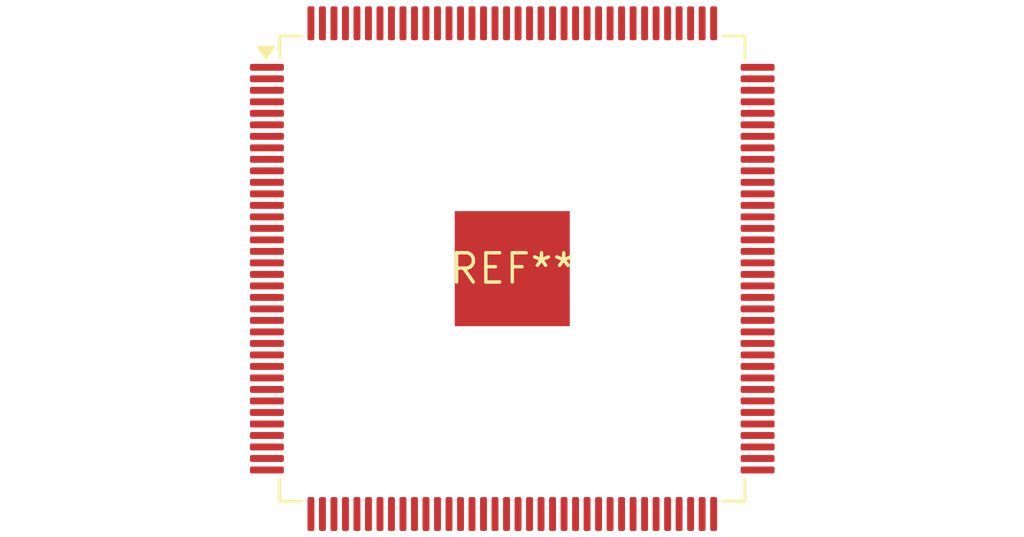
<source format=kicad_pcb>
(kicad_pcb (version 20240108) (generator pcbnew)
  (layers (0 "F.Cu" signal) (31 "B.Cu" signal) (34 "B.Paste" user) (35 "F.Paste" user) (36 "B.SilkS" user "B.Silkscreen") (37 "F.SilkS" user "F.Silkscreen") (38 "B.Mask" user) (39 "F.Mask" user) (44 "Edge.Cuts" user))
  (net 0 "")
  (footprint "EQFP-144-1EP_20x20mm_P0.5mm_EP5x5mm" (layer "F.Cu") (at 0 0)
    (property "Reference" "REF**")
    (property "Value" "EQFP-144-1EP_20x20mm_P0.5mm_EP5x5mm")
    (fp_line (start -10.11 -10.11) (end -10.11 -9.16) (layer "F.SilkS") (stroke (width 0.12)))
    (fp_line (start -10.11 10.11) (end -10.11 9.16) (layer "F.SilkS") (stroke (width 0.12)))
    (fp_line (start -9.16 -10.11) (end -10.11 -10.11) (layer "F.SilkS") (stroke (width 0.12)))
    (fp_line (start -9.16 10.11) (end -10.11 10.11) (layer "F.SilkS") (stroke (width 0.12)))
    (fp_line (start 9.16 -10.11) (end 10.11 -10.11) (layer "F.SilkS") (stroke (width 0.12)))
    (fp_line (start 9.16 10.11) (end 10.11 10.11) (layer "F.SilkS") (stroke (width 0.12)))
    (fp_line (start 10.11 -10.11) (end 10.11 -9.16) (layer "F.SilkS") (stroke (width 0.12)))
    (fp_line (start 10.11 10.11) (end 10.11 9.16) (layer "F.SilkS") (stroke (width 0.12)))
    (fp_poly (pts (xy -10.7 -9.16) (xy -11.04 -9.63) (xy -10.36 -9.63) (xy -10.7 -9.16)) (layer "F.SilkS") (stroke (width 0.12)) (fill solid))
    (pad "1" smd roundrect (at -10.6625 -8.75) (size 1.475 0.3) (layers "F.Cu" "F.Paste" "F.Mask"))
    (pad "2" smd roundrect (at -10.6625 -8.25) (size 1.475 0.3) (layers "F.Cu" "F.Paste" "F.Mask"))
    (pad "3" smd roundrect (at -10.6625 -7.75) (size 1.475 0.3) (layers "F.Cu" "F.Paste" "F.Mask"))
    (pad "4" smd roundrect (at -10.6625 -7.25) (size 1.475 0.3) (layers "F.Cu" "F.Paste" "F.Mask"))
    (pad "5" smd roundrect (at -10.6625 -6.75) (size 1.475 0.3) (layers "F.Cu" "F.Paste" "F.Mask"))
    (pad "6" smd roundrect (at -10.6625 -6.25) (size 1.475 0.3) (layers "F.Cu" "F.Paste" "F.Mask"))
    (pad "7" smd roundrect (at -10.6625 -5.75) (size 1.475 0.3) (layers "F.Cu" "F.Paste" "F.Mask"))
    (pad "8" smd roundrect (at -10.6625 -5.25) (size 1.475 0.3) (layers "F.Cu" "F.Paste" "F.Mask"))
    (pad "9" smd roundrect (at -10.6625 -4.75) (size 1.475 0.3) (layers "F.Cu" "F.Paste" "F.Mask"))
    (pad "10" smd roundrect (at -10.6625 -4.25) (size 1.475 0.3) (layers "F.Cu" "F.Paste" "F.Mask"))
    (pad "11" smd roundrect (at -10.6625 -3.75) (size 1.475 0.3) (layers "F.Cu" "F.Paste" "F.Mask"))
    (pad "12" smd roundrect (at -10.6625 -3.25) (size 1.475 0.3) (layers "F.Cu" "F.Paste" "F.Mask"))
    (pad "13" smd roundrect (at -10.6625 -2.75) (size 1.475 0.3) (layers "F.Cu" "F.Paste" "F.Mask"))
    (pad "14" smd roundrect (at -10.6625 -2.25) (size 1.475 0.3) (layers "F.Cu" "F.Paste" "F.Mask"))
    (pad "15" smd roundrect (at -10.6625 -1.75) (size 1.475 0.3) (layers "F.Cu" "F.Paste" "F.Mask"))
    (pad "16" smd roundrect (at -10.6625 -1.25) (size 1.475 0.3) (layers "F.Cu" "F.Paste" "F.Mask"))
    (pad "17" smd roundrect (at -10.6625 -0.75) (size 1.475 0.3) (layers "F.Cu" "F.Paste" "F.Mask"))
    (pad "18" smd roundrect (at -10.6625 -0.25) (size 1.475 0.3) (layers "F.Cu" "F.Paste" "F.Mask"))
    (pad "19" smd roundrect (at -10.6625 0.25) (size 1.475 0.3) (layers "F.Cu" "F.Paste" "F.Mask"))
    (pad "20" smd roundrect (at -10.6625 0.75) (size 1.475 0.3) (layers "F.Cu" "F.Paste" "F.Mask"))
    (pad "21" smd roundrect (at -10.6625 1.25) (size 1.475 0.3) (layers "F.Cu" "F.Paste" "F.Mask"))
    (pad "22" smd roundrect (at -10.6625 1.75) (size 1.475 0.3) (layers "F.Cu" "F.Paste" "F.Mask"))
    (pad "23" smd roundrect (at -10.6625 2.25) (size 1.475 0.3) (layers "F.Cu" "F.Paste" "F.Mask"))
    (pad "24" smd roundrect (at -10.6625 2.75) (size 1.475 0.3) (layers "F.Cu" "F.Paste" "F.Mask"))
    (pad "25" smd roundrect (at -10.6625 3.25) (size 1.475 0.3) (layers "F.Cu" "F.Paste" "F.Mask"))
    (pad "26" smd roundrect (at -10.6625 3.75) (size 1.475 0.3) (layers "F.Cu" "F.Paste" "F.Mask"))
    (pad "27" smd roundrect (at -10.6625 4.25) (size 1.475 0.3) (layers "F.Cu" "F.Paste" "F.Mask"))
    (pad "28" smd roundrect (at -10.6625 4.75) (size 1.475 0.3) (layers "F.Cu" "F.Paste" "F.Mask"))
    (pad "29" smd roundrect (at -10.6625 5.25) (size 1.475 0.3) (layers "F.Cu" "F.Paste" "F.Mask"))
    (pad "30" smd roundrect (at -10.6625 5.75) (size 1.475 0.3) (layers "F.Cu" "F.Paste" "F.Mask"))
    (pad "31" smd roundrect (at -10.6625 6.25) (size 1.475 0.3) (layers "F.Cu" "F.Paste" "F.Mask"))
    (pad "32" smd roundrect (at -10.6625 6.75) (size 1.475 0.3) (layers "F.Cu" "F.Paste" "F.Mask"))
    (pad "33" smd roundrect (at -10.6625 7.25) (size 1.475 0.3) (layers "F.Cu" "F.Paste" "F.Mask"))
    (pad "34" smd roundrect (at -10.6625 7.75) (size 1.475 0.3) (layers "F.Cu" "F.Paste" "F.Mask"))
    (pad "35" smd roundrect (at -10.6625 8.25) (size 1.475 0.3) (layers "F.Cu" "F.Paste" "F.Mask"))
    (pad "36" smd roundrect (at -10.6625 8.75) (size 1.475 0.3) (layers "F.Cu" "F.Paste" "F.Mask"))
    (pad "37" smd roundrect (at -8.75 10.6625) (size 0.3 1.475) (layers "F.Cu" "F.Paste" "F.Mask"))
    (pad "38" smd roundrect (at -8.25 10.6625) (size 0.3 1.475) (layers "F.Cu" "F.Paste" "F.Mask"))
    (pad "39" smd roundrect (at -7.75 10.6625) (size 0.3 1.475) (layers "F.Cu" "F.Paste" "F.Mask"))
    (pad "40" smd roundrect (at -7.25 10.6625) (size 0.3 1.475) (layers "F.Cu" "F.Paste" "F.Mask"))
    (pad "41" smd roundrect (at -6.75 10.6625) (size 0.3 1.475) (layers "F.Cu" "F.Paste" "F.Mask"))
    (pad "42" smd roundrect (at -6.25 10.6625) (size 0.3 1.475) (layers "F.Cu" "F.Paste" "F.Mask"))
    (pad "43" smd roundrect (at -5.75 10.6625) (size 0.3 1.475) (layers "F.Cu" "F.Paste" "F.Mask"))
    (pad "44" smd roundrect (at -5.25 10.6625) (size 0.3 1.475) (layers "F.Cu" "F.Paste" "F.Mask"))
    (pad "45" smd roundrect (at -4.75 10.6625) (size 0.3 1.475) (layers "F.Cu" "F.Paste" "F.Mask"))
    (pad "46" smd roundrect (at -4.25 10.6625) (size 0.3 1.475) (layers "F.Cu" "F.Paste" "F.Mask"))
    (pad "47" smd roundrect (at -3.75 10.6625) (size 0.3 1.475) (layers "F.Cu" "F.Paste" "F.Mask"))
    (pad "48" smd roundrect (at -3.25 10.6625) (size 0.3 1.475) (layers "F.Cu" "F.Paste" "F.Mask"))
    (pad "49" smd roundrect (at -2.75 10.6625) (size 0.3 1.475) (layers "F.Cu" "F.Paste" "F.Mask"))
    (pad "50" smd roundrect (at -2.25 10.6625) (size 0.3 1.475) (layers "F.Cu" "F.Paste" "F.Mask"))
    (pad "51" smd roundrect (at -1.75 10.6625) (size 0.3 1.475) (layers "F.Cu" "F.Paste" "F.Mask"))
    (pad "52" smd roundrect (at -1.25 10.6625) (size 0.3 1.475) (layers "F.Cu" "F.Paste" "F.Mask"))
    (pad "53" smd roundrect (at -0.75 10.6625) (size 0.3 1.475) (layers "F.Cu" "F.Paste" "F.Mask"))
    (pad "54" smd roundrect (at -0.25 10.6625) (size 0.3 1.475) (layers "F.Cu" "F.Paste" "F.Mask"))
    (pad "55" smd roundrect (at 0.25 10.6625) (size 0.3 1.475) (layers "F.Cu" "F.Paste" "F.Mask"))
    (pad "56" smd roundrect (at 0.75 10.6625) (size 0.3 1.475) (layers "F.Cu" "F.Paste" "F.Mask"))
    (pad "57" smd roundrect (at 1.25 10.6625) (size 0.3 1.475) (layers "F.Cu" "F.Paste" "F.Mask"))
    (pad "58" smd roundrect (at 1.75 10.6625) (size 0.3 1.475) (layers "F.Cu" "F.Paste" "F.Mask"))
    (pad "59" smd roundrect (at 2.25 10.6625) (size 0.3 1.475) (layers "F.Cu" "F.Paste" "F.Mask"))
    (pad "60" smd roundrect (at 2.75 10.6625) (size 0.3 1.475) (layers "F.Cu" "F.Paste" "F.Mask"))
    (pad "61" smd roundrect (at 3.25 10.6625) (size 0.3 1.475) (layers "F.Cu" "F.Paste" "F.Mask"))
    (pad "62" smd roundrect (at 3.75 10.6625) (size 0.3 1.475) (layers "F.Cu" "F.Paste" "F.Mask"))
    (pad "63" smd roundrect (at 4.25 10.6625) (size 0.3 1.475) (layers "F.Cu" "F.Paste" "F.Mask"))
    (pad "64" smd roundrect (at 4.75 10.6625) (size 0.3 1.475) (layers "F.Cu" "F.Paste" "F.Mask"))
    (pad "65" smd roundrect (at 5.25 10.6625) (size 0.3 1.475) (layers "F.Cu" "F.Paste" "F.Mask"))
    (pad "66" smd roundrect (at 5.75 10.6625) (size 0.3 1.475) (layers "F.Cu" "F.Paste" "F.Mask"))
    (pad "67" smd roundrect (at 6.25 10.6625) (size 0.3 1.475) (layers "F.Cu" "F.Paste" "F.Mask"))
    (pad "68" smd roundrect (at 6.75 10.6625) (size 0.3 1.475) (layers "F.Cu" "F.Paste" "F.Mask"))
    (pad "69" smd roundrect (at 7.25 10.6625) (size 0.3 1.475) (layers "F.Cu" "F.Paste" "F.Mask"))
    (pad "70" smd roundrect (at 7.75 10.6625) (size 0.3 1.475) (layers "F.Cu" "F.Paste" "F.Mask"))
    (pad "71" smd roundrect (at 8.25 10.6625) (size 0.3 1.475) (layers "F.Cu" "F.Paste" "F.Mask"))
    (pad "72" smd roundrect (at 8.75 10.6625) (size 0.3 1.475) (layers "F.Cu" "F.Paste" "F.Mask"))
    (pad "73" smd roundrect (at 10.6625 8.75) (size 1.475 0.3) (layers "F.Cu" "F.Paste" "F.Mask"))
    (pad "74" smd roundrect (at 10.6625 8.25) (size 1.475 0.3) (layers "F.Cu" "F.Paste" "F.Mask"))
    (pad "75" smd roundrect (at 10.6625 7.75) (size 1.475 0.3) (layers "F.Cu" "F.Paste" "F.Mask"))
    (pad "76" smd roundrect (at 10.6625 7.25) (size 1.475 0.3) (layers "F.Cu" "F.Paste" "F.Mask"))
    (pad "77" smd roundrect (at 10.6625 6.75) (size 1.475 0.3) (layers "F.Cu" "F.Paste" "F.Mask"))
    (pad "78" smd roundrect (at 10.6625 6.25) (size 1.475 0.3) (layers "F.Cu" "F.Paste" "F.Mask"))
    (pad "79" smd roundrect (at 10.6625 5.75) (size 1.475 0.3) (layers "F.Cu" "F.Paste" "F.Mask"))
    (pad "80" smd roundrect (at 10.6625 5.25) (size 1.475 0.3) (layers "F.Cu" "F.Paste" "F.Mask"))
    (pad "81" smd roundrect (at 10.6625 4.75) (size 1.475 0.3) (layers "F.Cu" "F.Paste" "F.Mask"))
    (pad "82" smd roundrect (at 10.6625 4.25) (size 1.475 0.3) (layers "F.Cu" "F.Paste" "F.Mask"))
    (pad "83" smd roundrect (at 10.6625 3.75) (size 1.475 0.3) (layers "F.Cu" "F.Paste" "F.Mask"))
    (pad "84" smd roundrect (at 10.6625 3.25) (size 1.475 0.3) (layers "F.Cu" "F.Paste" "F.Mask"))
    (pad "85" smd roundrect (at 10.6625 2.75) (size 1.475 0.3) (layers "F.Cu" "F.Paste" "F.Mask"))
    (pad "86" smd roundrect (at 10.6625 2.25) (size 1.475 0.3) (layers "F.Cu" "F.Paste" "F.Mask"))
    (pad "87" smd roundrect (at 10.6625 1.75) (size 1.475 0.3) (layers "F.Cu" "F.Paste" "F.Mask"))
    (pad "88" smd roundrect (at 10.6625 1.25) (size 1.475 0.3) (layers "F.Cu" "F.Paste" "F.Mask"))
    (pad "89" smd roundrect (at 10.6625 0.75) (size 1.475 0.3) (layers "F.Cu" "F.Paste" "F.Mask"))
    (pad "90" smd roundrect (at 10.6625 0.25) (size 1.475 0.3) (layers "F.Cu" "F.Paste" "F.Mask"))
    (pad "91" smd roundrect (at 10.6625 -0.25) (size 1.475 0.3) (layers "F.Cu" "F.Paste" "F.Mask"))
    (pad "92" smd roundrect (at 10.6625 -0.75) (size 1.475 0.3) (layers "F.Cu" "F.Paste" "F.Mask"))
    (pad "93" smd roundrect (at 10.6625 -1.25) (size 1.475 0.3) (layers "F.Cu" "F.Paste" "F.Mask"))
    (pad "94" smd roundrect (at 10.6625 -1.75) (size 1.475 0.3) (layers "F.Cu" "F.Paste" "F.Mask"))
    (pad "95" smd roundrect (at 10.6625 -2.25) (size 1.475 0.3) (layers "F.Cu" "F.Paste" "F.Mask"))
    (pad "96" smd roundrect (at 10.6625 -2.75) (size 1.475 0.3) (layers "F.Cu" "F.Paste" "F.Mask"))
    (pad "97" smd roundrect (at 10.6625 -3.25) (size 1.475 0.3) (layers "F.Cu" "F.Paste" "F.Mask"))
    (pad "98" smd roundrect (at 10.6625 -3.75) (size 1.475 0.3) (layers "F.Cu" "F.Paste" "F.Mask"))
    (pad "99" smd roundrect (at 10.6625 -4.25) (size 1.475 0.3) (layers "F.Cu" "F.Paste" "F.Mask"))
    (pad "100" smd roundrect (at 10.6625 -4.75) (size 1.475 0.3) (layers "F.Cu" "F.Paste" "F.Mask"))
    (pad "101" smd roundrect (at 10.6625 -5.25) (size 1.475 0.3) (layers "F.Cu" "F.Paste" "F.Mask"))
    (pad "102" smd roundrect (at 10.6625 -5.75) (size 1.475 0.3) (layers "F.Cu" "F.Paste" "F.Mask"))
    (pad "103" smd roundrect (at 10.6625 -6.25) (size 1.475 0.3) (layers "F.Cu" "F.Paste" "F.Mask"))
    (pad "104" smd roundrect (at 10.6625 -6.75) (size 1.475 0.3) (layers "F.Cu" "F.Paste" "F.Mask"))
    (pad "105" smd roundrect (at 10.6625 -7.25) (size 1.475 0.3) (layers "F.Cu" "F.Paste" "F.Mask"))
    (pad "106" smd roundrect (at 10.6625 -7.75) (size 1.475 0.3) (layers "F.Cu" "F.Paste" "F.Mask"))
    (pad "107" smd roundrect (at 10.6625 -8.25) (size 1.475 0.3) (layers "F.Cu" "F.Paste" "F.Mask"))
    (pad "108" smd roundrect (at 10.6625 -8.75) (size 1.475 0.3) (layers "F.Cu" "F.Paste" "F.Mask"))
    (pad "109" smd roundrect (at 8.75 -10.6625) (size 0.3 1.475) (layers "F.Cu" "F.Paste" "F.Mask"))
    (pad "110" smd roundrect (at 8.25 -10.6625) (size 0.3 1.475) (layers "F.Cu" "F.Paste" "F.Mask"))
    (pad "111" smd roundrect (at 7.75 -10.6625) (size 0.3 1.475) (layers "F.Cu" "F.Paste" "F.Mask"))
    (pad "112" smd roundrect (at 7.25 -10.6625) (size 0.3 1.475) (layers "F.Cu" "F.Paste" "F.Mask"))
    (pad "113" smd roundrect (at 6.75 -10.6625) (size 0.3 1.475) (layers "F.Cu" "F.Paste" "F.Mask"))
    (pad "114" smd roundrect (at 6.25 -10.6625) (size 0.3 1.475) (layers "F.Cu" "F.Paste" "F.Mask"))
    (pad "115" smd roundrect (at 5.75 -10.6625) (size 0.3 1.475) (layers "F.Cu" "F.Paste" "F.Mask"))
    (pad "116" smd roundrect (at 5.25 -10.6625) (size 0.3 1.475) (layers "F.Cu" "F.Paste" "F.Mask"))
    (pad "117" smd roundrect (at 4.75 -10.6625) (size 0.3 1.475) (layers "F.Cu" "F.Paste" "F.Mask"))
    (pad "118" smd roundrect (at 4.25 -10.6625) (size 0.3 1.475) (layers "F.Cu" "F.Paste" "F.Mask"))
    (pad "119" smd roundrect (at 3.75 -10.6625) (size 0.3 1.475) (layers "F.Cu" "F.Paste" "F.Mask"))
    (pad "120" smd roundrect (at 3.25 -10.6625) (size 0.3 1.475) (layers "F.Cu" "F.Paste" "F.Mask"))
    (pad "121" smd roundrect (at 2.75 -10.6625) (size 0.3 1.475) (layers "F.Cu" "F.Paste" "F.Mask"))
    (pad "122" smd roundrect (at 2.25 -10.6625) (size 0.3 1.475) (layers "F.Cu" "F.Paste" "F.Mask"))
    (pad "123" smd roundrect (at 1.75 -10.6625) (size 0.3 1.475) (layers "F.Cu" "F.Paste" "F.Mask"))
    (pad "124" smd roundrect (at 1.25 -10.6625) (size 0.3 1.475) (layers "F.Cu" "F.Paste" "F.Mask"))
    (pad "125" smd roundrect (at 0.75 -10.6625) (size 0.3 1.475) (layers "F.Cu" "F.Paste" "F.Mask"))
    (pad "126" smd roundrect (at 0.25 -10.6625) (size 0.3 1.475) (layers "F.Cu" "F.Paste" "F.Mask"))
    (pad "127" smd roundrect (at -0.25 -10.6625) (size 0.3 1.475) (layers "F.Cu" "F.Paste" "F.Mask"))
    (pad "128" smd roundrect (at -0.75 -10.6625) (size 0.3 1.475) (layers "F.Cu" "F.Paste" "F.Mask"))
    (pad "129" smd roundrect (at -1.25 -10.6625) (size 0.3 1.475) (layers "F.Cu" "F.Paste" "F.Mask"))
    (pad "130" smd roundrect (at -1.75 -10.6625) (size 0.3 1.475) (layers "F.Cu" "F.Paste" "F.Mask"))
    (pad "131" smd roundrect (at -2.25 -10.6625) (size 0.3 1.475) (layers "F.Cu" "F.Paste" "F.Mask"))
    (pad "132" smd roundrect (at -2.75 -10.6625) (size 0.3 1.475) (layers "F.Cu" "F.Paste" "F.Mask"))
    (pad "133" smd roundrect (at -3.25 -10.6625) (size 0.3 1.475) (layers "F.Cu" "F.Paste" "F.Mask"))
    (pad "134" smd roundrect (at -3.75 -10.6625) (size 0.3 1.475) (layers "F.Cu" "F.Paste" "F.Mask"))
    (pad "135" smd roundrect (at -4.25 -10.6625) (size 0.3 1.475) (layers "F.Cu" "F.Paste" "F.Mask"))
    (pad "136" smd roundrect (at -4.75 -10.6625) (size 0.3 1.475) (layers "F.Cu" "F.Paste" "F.Mask"))
    (pad "137" smd roundrect (at -5.25 -10.6625) (size 0.3 1.475) (layers "F.Cu" "F.Paste" "F.Mask"))
    (pad "138" smd roundrect (at -5.75 -10.6625) (size 0.3 1.475) (layers "F.Cu" "F.Paste" "F.Mask"))
    (pad "139" smd roundrect (at -6.25 -10.6625) (size 0.3 1.475) (layers "F.Cu" "F.Paste" "F.Mask"))
    (pad "140" smd roundrect (at -6.75 -10.6625) (size 0.3 1.475) (layers "F.Cu" "F.Paste" "F.Mask"))
    (pad "141" smd roundrect (at -7.25 -10.6625) (size 0.3 1.475) (layers "F.Cu" "F.Paste" "F.Mask"))
    (pad "142" smd roundrect (at -7.75 -10.6625) (size 0.3 1.475) (layers "F.Cu" "F.Paste" "F.Mask"))
    (pad "143" smd roundrect (at -8.25 -10.6625) (size 0.3 1.475) (layers "F.Cu" "F.Paste" "F.Mask"))
    (pad "144" smd roundrect (at -8.75 -10.6625) (size 0.3 1.475) (layers "F.Cu" "F.Paste" "F.Mask"))
    (pad "145" smd rect (at 0 0) (size 5 5) (property pad_prop_heatsink) (layers "F.Cu" "F.Mask"))
  )
)
</source>
